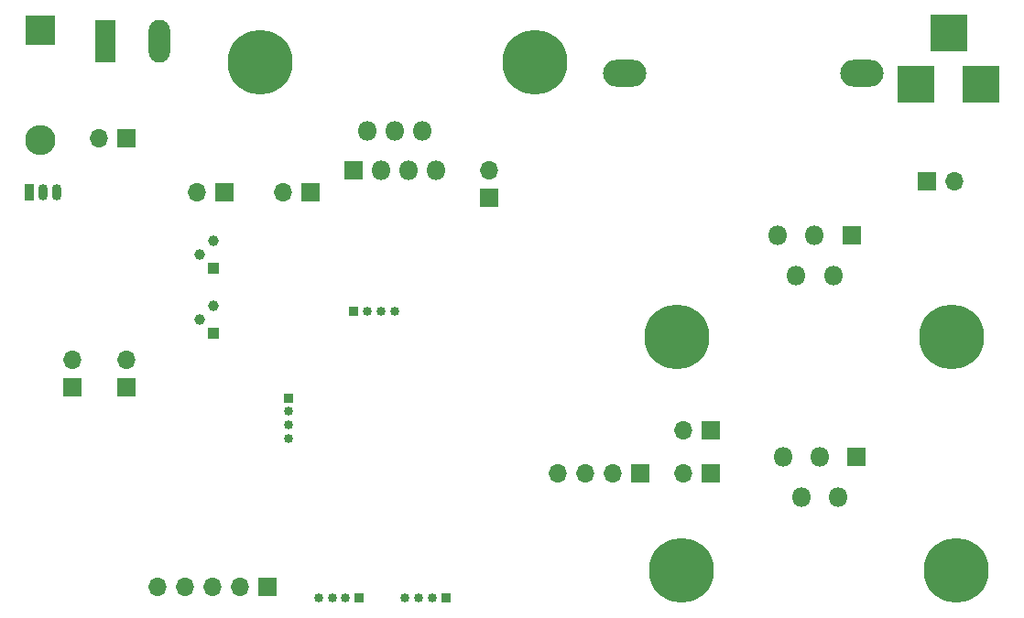
<source format=gbs>
G04 #@! TF.FileFunction,Soldermask,Bot*
%FSLAX46Y46*%
G04 Gerber Fmt 4.6, Leading zero omitted, Abs format (unit mm)*
G04 Created by KiCad (PCBNEW 4.0.7-e2-6376~58~ubuntu16.04.1) date Thu Jan 18 23:56:28 2018*
%MOMM*%
%LPD*%
G01*
G04 APERTURE LIST*
%ADD10C,0.100000*%
%ADD11R,2.800000X2.800000*%
%ADD12O,2.800000X2.800000*%
%ADD13R,1.700000X1.700000*%
%ADD14O,1.700000X1.700000*%
%ADD15R,3.500000X3.500000*%
%ADD16O,4.000000X2.500000*%
%ADD17C,5.999480*%
%ADD18R,0.850000X0.850000*%
%ADD19C,0.850000*%
%ADD20R,1.980000X3.960000*%
%ADD21O,1.980000X3.960000*%
%ADD22C,1.000000*%
%ADD23R,1.000000X1.000000*%
%ADD24R,1.800000X1.800000*%
%ADD25O,1.800000X1.800000*%
%ADD26O,0.900000X1.500000*%
%ADD27R,0.900000X1.500000*%
G04 APERTURE END LIST*
D10*
D11*
X36000000Y-37000000D03*
D12*
X36000000Y-47160000D03*
D13*
X44000000Y-70000000D03*
D14*
X44000000Y-67460000D03*
D15*
X117000000Y-42000000D03*
X123000000Y-42000000D03*
X120000000Y-37300000D03*
D16*
X112000000Y-41000000D03*
X90000000Y-41000000D03*
D17*
X81700000Y-40000000D03*
X56300000Y-40000000D03*
X120700000Y-87000000D03*
X95300000Y-87000000D03*
X120300000Y-65400000D03*
X94900000Y-65400000D03*
D13*
X39000000Y-70000000D03*
D14*
X39000000Y-67460000D03*
D13*
X53000000Y-52000000D03*
D14*
X50460000Y-52000000D03*
D13*
X44000000Y-47000000D03*
D14*
X41460000Y-47000000D03*
D13*
X77500000Y-52500000D03*
D14*
X77500000Y-49960000D03*
D13*
X118000000Y-51000000D03*
D14*
X120540000Y-51000000D03*
D13*
X98000000Y-78000000D03*
D14*
X95460000Y-78000000D03*
D13*
X98000000Y-74000000D03*
D14*
X95460000Y-74000000D03*
D13*
X91500000Y-78000000D03*
D14*
X88960000Y-78000000D03*
X86420000Y-78000000D03*
X83880000Y-78000000D03*
D13*
X57000000Y-88500000D03*
D14*
X54460000Y-88500000D03*
X51920000Y-88500000D03*
X49380000Y-88500000D03*
X46840000Y-88500000D03*
D18*
X65500000Y-89500000D03*
D19*
X64250000Y-89500000D03*
X63000000Y-89500000D03*
X61750000Y-89500000D03*
D18*
X73500000Y-89500000D03*
D19*
X72250000Y-89500000D03*
X71000000Y-89500000D03*
X69750000Y-89500000D03*
D20*
X42000000Y-38000000D03*
D21*
X47000000Y-38000000D03*
D22*
X50730000Y-57730000D03*
X52000000Y-56460000D03*
D23*
X52000000Y-59000000D03*
D22*
X50730000Y-63730000D03*
X52000000Y-62460000D03*
D23*
X52000000Y-65000000D03*
D24*
X65000000Y-50000000D03*
D25*
X66270000Y-46300000D03*
X67540000Y-50000000D03*
X68810000Y-46300000D03*
X70080000Y-50000000D03*
X71350000Y-46300000D03*
X72620000Y-50000000D03*
D26*
X36270000Y-52000000D03*
X37540000Y-52000000D03*
D27*
X35000000Y-52000000D03*
D24*
X111000000Y-56000000D03*
D25*
X109300000Y-59700000D03*
X107600000Y-56000000D03*
X105900000Y-59700000D03*
X104200000Y-56000000D03*
D24*
X111500000Y-76500000D03*
D25*
X109800000Y-80200000D03*
X108100000Y-76500000D03*
X106400000Y-80200000D03*
X104700000Y-76500000D03*
D13*
X61000000Y-52000000D03*
D14*
X58460000Y-52000000D03*
D18*
X59000000Y-71000000D03*
D19*
X59000000Y-72250000D03*
X59000000Y-73500000D03*
X59000000Y-74750000D03*
D18*
X65000000Y-63000000D03*
D19*
X66250000Y-63000000D03*
X67500000Y-63000000D03*
X68750000Y-63000000D03*
M02*

</source>
